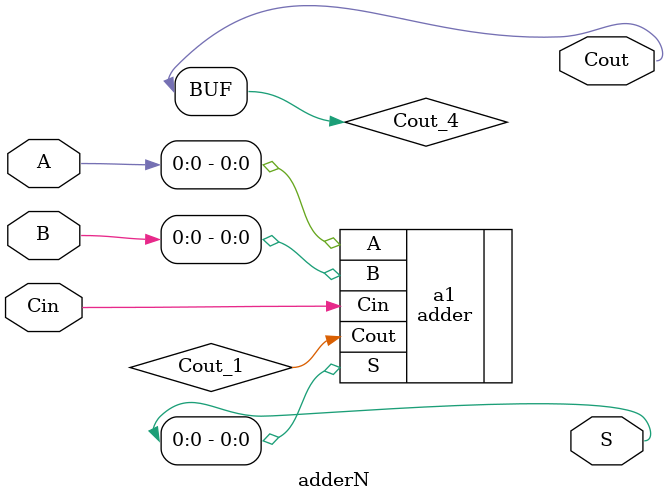
<source format=v>
module adderN(A, B, Cin, S, Cout);
  input [3:0] A, B;
  input Cin;
  output [3:0] S;
  output Cout;
  
  // internal variables
  wire Cout_1, Cout_2, Cout_3, Cout_4;
  
  // instantiate a module
  adder a1(.A(A[0]), .B(B[0]), .Cin(Cin), .S(S[0]), .Cout(Cout_1));
  // -------- insert your code here ------------



  // -------------------------------------------
  
  // output
  assign Cout = Cout_4;

endmodule
</source>
